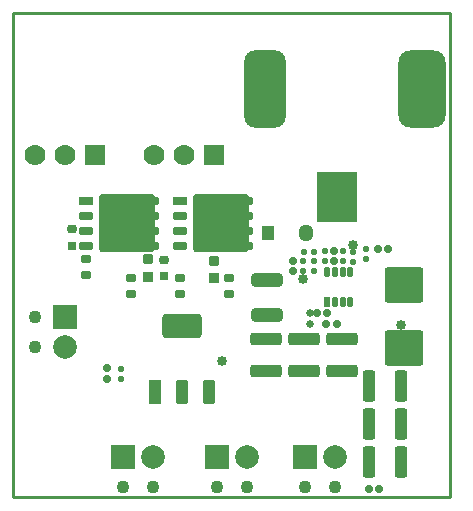
<source format=gts>
G04*
G04 #@! TF.GenerationSoftware,Altium Limited,Altium Designer,24.6.1 (21)*
G04*
G04 Layer_Color=8388736*
%FSLAX44Y44*%
%MOMM*%
G71*
G04*
G04 #@! TF.SameCoordinates,BDBC2BC3-1C69-4059-88BB-952B3CEC59DC*
G04*
G04*
G04 #@! TF.FilePolarity,Negative*
G04*
G01*
G75*
%ADD14C,0.2540*%
G04:AMPARAMS|DCode=43|XSize=3.5032mm|YSize=6.5532mm|CornerRadius=0.9266mm|HoleSize=0mm|Usage=FLASHONLY|Rotation=0.000|XOffset=0mm|YOffset=0mm|HoleType=Round|Shape=RoundedRectangle|*
%AMROUNDEDRECTD43*
21,1,3.5032,4.7000,0,0,0.0*
21,1,1.6500,6.5532,0,0,0.0*
1,1,1.8532,0.8250,-2.3500*
1,1,1.8532,-0.8250,-2.3500*
1,1,1.8532,-0.8250,2.3500*
1,1,1.8532,0.8250,2.3500*
%
%ADD43ROUNDEDRECTD43*%
G04:AMPARAMS|DCode=44|XSize=4.0132mm|YSize=6.5532mm|CornerRadius=1.0541mm|HoleSize=0mm|Usage=FLASHONLY|Rotation=0.000|XOffset=0mm|YOffset=0mm|HoleType=Round|Shape=RoundedRectangle|*
%AMROUNDEDRECTD44*
21,1,4.0132,4.4450,0,0,0.0*
21,1,1.9050,6.5532,0,0,0.0*
1,1,2.1082,0.9525,-2.2225*
1,1,2.1082,-0.9525,-2.2225*
1,1,2.1082,-0.9525,2.2225*
1,1,2.1082,0.9525,2.2225*
%
%ADD44ROUNDEDRECTD44*%
%ADD45R,3.5032X4.2632*%
G04:AMPARAMS|DCode=46|XSize=0.64mm|YSize=0.6mm|CornerRadius=0.175mm|HoleSize=0mm|Usage=FLASHONLY|Rotation=180.000|XOffset=0mm|YOffset=0mm|HoleType=Round|Shape=RoundedRectangle|*
%AMROUNDEDRECTD46*
21,1,0.6400,0.2500,0,0,180.0*
21,1,0.2900,0.6000,0,0,180.0*
1,1,0.3500,-0.1450,0.1250*
1,1,0.3500,0.1450,0.1250*
1,1,0.3500,0.1450,-0.1250*
1,1,0.3500,-0.1450,-0.1250*
%
%ADD46ROUNDEDRECTD46*%
G04:AMPARAMS|DCode=47|XSize=0.55mm|YSize=0.5mm|CornerRadius=0.15mm|HoleSize=0mm|Usage=FLASHONLY|Rotation=180.000|XOffset=0mm|YOffset=0mm|HoleType=Round|Shape=RoundedRectangle|*
%AMROUNDEDRECTD47*
21,1,0.5500,0.2000,0,0,180.0*
21,1,0.2500,0.5000,0,0,180.0*
1,1,0.3000,-0.1250,0.1000*
1,1,0.3000,0.1250,0.1000*
1,1,0.3000,0.1250,-0.1000*
1,1,0.3000,-0.1250,-0.1000*
%
%ADD47ROUNDEDRECTD47*%
G04:AMPARAMS|DCode=48|XSize=2.7mm|YSize=1.1mm|CornerRadius=0.3mm|HoleSize=0mm|Usage=FLASHONLY|Rotation=270.000|XOffset=0mm|YOffset=0mm|HoleType=Round|Shape=RoundedRectangle|*
%AMROUNDEDRECTD48*
21,1,2.7000,0.5000,0,0,270.0*
21,1,2.1000,1.1000,0,0,270.0*
1,1,0.6000,-0.2500,-1.0500*
1,1,0.6000,-0.2500,1.0500*
1,1,0.6000,0.2500,1.0500*
1,1,0.6000,0.2500,-1.0500*
%
%ADD48ROUNDEDRECTD48*%
G04:AMPARAMS|DCode=49|XSize=0.64mm|YSize=0.6mm|CornerRadius=0.175mm|HoleSize=0mm|Usage=FLASHONLY|Rotation=270.000|XOffset=0mm|YOffset=0mm|HoleType=Round|Shape=RoundedRectangle|*
%AMROUNDEDRECTD49*
21,1,0.6400,0.2500,0,0,270.0*
21,1,0.2900,0.6000,0,0,270.0*
1,1,0.3500,-0.1250,-0.1450*
1,1,0.3500,-0.1250,0.1450*
1,1,0.3500,0.1250,0.1450*
1,1,0.3500,0.1250,-0.1450*
%
%ADD49ROUNDEDRECTD49*%
G04:AMPARAMS|DCode=50|XSize=3.2532mm|YSize=3.0032mm|CornerRadius=0.2416mm|HoleSize=0mm|Usage=FLASHONLY|Rotation=0.000|XOffset=0mm|YOffset=0mm|HoleType=Round|Shape=RoundedRectangle|*
%AMROUNDEDRECTD50*
21,1,3.2532,2.5200,0,0,0.0*
21,1,2.7700,3.0032,0,0,0.0*
1,1,0.4832,1.3850,-1.2600*
1,1,0.4832,-1.3850,-1.2600*
1,1,0.4832,-1.3850,1.2600*
1,1,0.4832,1.3850,1.2600*
%
%ADD50ROUNDEDRECTD50*%
G04:AMPARAMS|DCode=51|XSize=0.55mm|YSize=0.85mm|CornerRadius=0.1625mm|HoleSize=0mm|Usage=FLASHONLY|Rotation=180.000|XOffset=0mm|YOffset=0mm|HoleType=Round|Shape=RoundedRectangle|*
%AMROUNDEDRECTD51*
21,1,0.5500,0.5250,0,0,180.0*
21,1,0.2250,0.8500,0,0,180.0*
1,1,0.3250,-0.1125,0.2625*
1,1,0.3250,0.1125,0.2625*
1,1,0.3250,0.1125,-0.2625*
1,1,0.3250,-0.1125,-0.2625*
%
%ADD51ROUNDEDRECTD51*%
%ADD52R,0.5500X0.8500*%
G04:AMPARAMS|DCode=53|XSize=0.55mm|YSize=0.5mm|CornerRadius=0.15mm|HoleSize=0mm|Usage=FLASHONLY|Rotation=270.000|XOffset=0mm|YOffset=0mm|HoleType=Round|Shape=RoundedRectangle|*
%AMROUNDEDRECTD53*
21,1,0.5500,0.2000,0,0,270.0*
21,1,0.2500,0.5000,0,0,270.0*
1,1,0.3000,-0.1000,-0.1250*
1,1,0.3000,-0.1000,0.1250*
1,1,0.3000,0.1000,0.1250*
1,1,0.3000,0.1000,-0.1250*
%
%ADD53ROUNDEDRECTD53*%
G04:AMPARAMS|DCode=54|XSize=2.7mm|YSize=1.1mm|CornerRadius=0.3mm|HoleSize=0mm|Usage=FLASHONLY|Rotation=0.000|XOffset=0mm|YOffset=0mm|HoleType=Round|Shape=RoundedRectangle|*
%AMROUNDEDRECTD54*
21,1,2.7000,0.5000,0,0,0.0*
21,1,2.1000,1.1000,0,0,0.0*
1,1,0.6000,1.0500,-0.2500*
1,1,0.6000,-1.0500,-0.2500*
1,1,0.6000,-1.0500,0.2500*
1,1,0.6000,1.0500,0.2500*
%
%ADD54ROUNDEDRECTD54*%
%ADD55R,1.1032X1.3032*%
G04:AMPARAMS|DCode=56|XSize=1.3032mm|YSize=1.1032mm|CornerRadius=0.3266mm|HoleSize=0mm|Usage=FLASHONLY|Rotation=90.000|XOffset=0mm|YOffset=0mm|HoleType=Round|Shape=RoundedRectangle|*
%AMROUNDEDRECTD56*
21,1,1.3032,0.4500,0,0,90.0*
21,1,0.6500,1.1032,0,0,90.0*
1,1,0.6532,0.2250,0.3250*
1,1,0.6532,0.2250,-0.3250*
1,1,0.6532,-0.2250,-0.3250*
1,1,0.6532,-0.2250,0.3250*
%
%ADD56ROUNDEDRECTD56*%
G04:AMPARAMS|DCode=57|XSize=2.7032mm|YSize=1.2032mm|CornerRadius=0.3516mm|HoleSize=0mm|Usage=FLASHONLY|Rotation=0.000|XOffset=0mm|YOffset=0mm|HoleType=Round|Shape=RoundedRectangle|*
%AMROUNDEDRECTD57*
21,1,2.7032,0.5000,0,0,0.0*
21,1,2.0000,1.2032,0,0,0.0*
1,1,0.7032,1.0000,-0.2500*
1,1,0.7032,-1.0000,-0.2500*
1,1,0.7032,-1.0000,0.2500*
1,1,0.7032,1.0000,0.2500*
%
%ADD57ROUNDEDRECTD57*%
G04:AMPARAMS|DCode=58|XSize=0.85mm|YSize=0.7mm|CornerRadius=0.2mm|HoleSize=0mm|Usage=FLASHONLY|Rotation=180.000|XOffset=0mm|YOffset=0mm|HoleType=Round|Shape=RoundedRectangle|*
%AMROUNDEDRECTD58*
21,1,0.8500,0.3000,0,0,180.0*
21,1,0.4500,0.7000,0,0,180.0*
1,1,0.4000,-0.2250,0.1500*
1,1,0.4000,0.2250,0.1500*
1,1,0.4000,0.2250,-0.1500*
1,1,0.4000,-0.2250,-0.1500*
%
%ADD58ROUNDEDRECTD58*%
%ADD59R,0.8000X0.7000*%
G04:AMPARAMS|DCode=60|XSize=0.8mm|YSize=0.7mm|CornerRadius=0.2mm|HoleSize=0mm|Usage=FLASHONLY|Rotation=180.000|XOffset=0mm|YOffset=0mm|HoleType=Round|Shape=RoundedRectangle|*
%AMROUNDEDRECTD60*
21,1,0.8000,0.3000,0,0,180.0*
21,1,0.4000,0.7000,0,0,180.0*
1,1,0.4000,-0.2000,0.1500*
1,1,0.4000,0.2000,0.1500*
1,1,0.4000,0.2000,-0.1500*
1,1,0.4000,-0.2000,-0.1500*
%
%ADD60ROUNDEDRECTD60*%
G04:AMPARAMS|DCode=61|XSize=3.35mm|YSize=2.05mm|CornerRadius=0.3mm|HoleSize=0mm|Usage=FLASHONLY|Rotation=180.000|XOffset=0mm|YOffset=0mm|HoleType=Round|Shape=RoundedRectangle|*
%AMROUNDEDRECTD61*
21,1,3.3500,1.4500,0,0,180.0*
21,1,2.7500,2.0500,0,0,180.0*
1,1,0.6000,-1.3750,0.7250*
1,1,0.6000,1.3750,0.7250*
1,1,0.6000,1.3750,-0.7250*
1,1,0.6000,-1.3750,-0.7250*
%
%ADD61ROUNDEDRECTD61*%
G04:AMPARAMS|DCode=62|XSize=1mm|YSize=2.05mm|CornerRadius=0.16mm|HoleSize=0mm|Usage=FLASHONLY|Rotation=180.000|XOffset=0mm|YOffset=0mm|HoleType=Round|Shape=RoundedRectangle|*
%AMROUNDEDRECTD62*
21,1,1.0000,1.7300,0,0,180.0*
21,1,0.6800,2.0500,0,0,180.0*
1,1,0.3200,-0.3400,0.8650*
1,1,0.3200,0.3400,0.8650*
1,1,0.3200,0.3400,-0.8650*
1,1,0.3200,-0.3400,-0.8650*
%
%ADD62ROUNDEDRECTD62*%
%ADD63R,1.0000X2.0500*%
G04:AMPARAMS|DCode=64|XSize=0.6532mm|YSize=1.2532mm|CornerRadius=0.2141mm|HoleSize=0mm|Usage=FLASHONLY|Rotation=90.000|XOffset=0mm|YOffset=0mm|HoleType=Round|Shape=RoundedRectangle|*
%AMROUNDEDRECTD64*
21,1,0.6532,0.8250,0,0,90.0*
21,1,0.2250,1.2532,0,0,90.0*
1,1,0.4282,0.4125,0.1125*
1,1,0.4282,0.4125,-0.1125*
1,1,0.4282,-0.4125,-0.1125*
1,1,0.4282,-0.4125,0.1125*
%
%ADD64ROUNDEDRECTD64*%
%ADD65R,1.2532X0.6532*%
G04:AMPARAMS|DCode=66|XSize=4.9032mm|YSize=4.7032mm|CornerRadius=0.2141mm|HoleSize=0mm|Usage=FLASHONLY|Rotation=270.000|XOffset=0mm|YOffset=0mm|HoleType=Round|Shape=RoundedRectangle|*
%AMROUNDEDRECTD66*
21,1,4.9032,4.2750,0,0,270.0*
21,1,4.4750,4.7032,0,0,270.0*
1,1,0.4282,-2.1375,-2.2375*
1,1,0.4282,-2.1375,2.2375*
1,1,0.4282,2.1375,2.2375*
1,1,0.4282,2.1375,-2.2375*
%
%ADD66ROUNDEDRECTD66*%
G04:AMPARAMS|DCode=67|XSize=0.9mm|YSize=0.9mm|CornerRadius=0.25mm|HoleSize=0mm|Usage=FLASHONLY|Rotation=90.000|XOffset=0mm|YOffset=0mm|HoleType=Round|Shape=RoundedRectangle|*
%AMROUNDEDRECTD67*
21,1,0.9000,0.4000,0,0,90.0*
21,1,0.4000,0.9000,0,0,90.0*
1,1,0.5000,0.2000,0.2000*
1,1,0.5000,0.2000,-0.2000*
1,1,0.5000,-0.2000,-0.2000*
1,1,0.5000,-0.2000,0.2000*
%
%ADD67ROUNDEDRECTD67*%
%ADD68R,0.9000X0.9000*%
%ADD69C,2.0032*%
%ADD70R,2.0032X2.0032*%
%ADD71C,1.1000*%
%ADD72C,1.7780*%
%ADD73R,1.7780X1.7780*%
%ADD74R,2.0032X2.0032*%
%ADD75C,0.8532*%
%ADD76C,0.6532*%
D14*
X523000Y1586000D02*
X893000D01*
X523000Y1996000D02*
X893000D01*
Y1586000D02*
Y1996000D01*
X523000Y1586000D02*
Y1996000D01*
D43*
X736550Y1931700D02*
D03*
D44*
X869450D02*
D03*
D45*
X797550Y1840300D02*
D03*
D46*
X603000Y1695100D02*
D03*
Y1686500D02*
D03*
X760000Y1786300D02*
D03*
Y1777700D02*
D03*
X795000Y1794300D02*
D03*
Y1785700D02*
D03*
D47*
X615000Y1694800D02*
D03*
Y1686300D02*
D03*
X769000Y1786250D02*
D03*
Y1777750D02*
D03*
X787000Y1794250D02*
D03*
Y1785750D02*
D03*
X803000D02*
D03*
Y1794250D02*
D03*
X811000Y1794000D02*
D03*
Y1785500D02*
D03*
X822000Y1796000D02*
D03*
Y1787500D02*
D03*
X778000Y1777750D02*
D03*
Y1786250D02*
D03*
D48*
X851500Y1680000D02*
D03*
X824500D02*
D03*
X851500Y1648000D02*
D03*
X824500D02*
D03*
X851500Y1616000D02*
D03*
X824500D02*
D03*
D49*
X833200Y1593050D02*
D03*
X824600D02*
D03*
X840600Y1796000D02*
D03*
X832000D02*
D03*
X780400Y1742000D02*
D03*
X789000D02*
D03*
X797100Y1733000D02*
D03*
X788500D02*
D03*
D50*
X854000Y1766000D02*
D03*
Y1712000D02*
D03*
D51*
X808750Y1776750D02*
D03*
X802250D02*
D03*
X795750D02*
D03*
X789250D02*
D03*
X808750Y1751250D02*
D03*
X802250D02*
D03*
X795750D02*
D03*
D52*
X789250D02*
D03*
D53*
X769750Y1794000D02*
D03*
X778250D02*
D03*
D54*
X801500Y1720333D02*
D03*
Y1693333D02*
D03*
X737500Y1720333D02*
D03*
Y1693333D02*
D03*
X769500D02*
D03*
Y1720333D02*
D03*
D55*
X739000Y1810000D02*
D03*
D56*
X771000D02*
D03*
D57*
X738000Y1770000D02*
D03*
Y1740000D02*
D03*
D58*
X706000Y1758250D02*
D03*
Y1771750D02*
D03*
X665000Y1758500D02*
D03*
Y1772000D02*
D03*
X623000Y1758250D02*
D03*
Y1771750D02*
D03*
X584750Y1774250D02*
D03*
Y1787750D02*
D03*
D59*
X650999Y1773000D02*
D03*
X572749Y1799000D02*
D03*
D60*
X650999Y1787000D02*
D03*
X572749Y1813000D02*
D03*
D61*
X666000Y1731250D02*
D03*
D62*
X689000Y1674750D02*
D03*
X666000D02*
D03*
D63*
X643000D02*
D03*
D64*
X720850Y1798950D02*
D03*
Y1811650D02*
D03*
Y1824350D02*
D03*
X664650Y1798950D02*
D03*
Y1811650D02*
D03*
Y1824350D02*
D03*
X720850Y1837050D02*
D03*
X641100Y1798950D02*
D03*
Y1811650D02*
D03*
Y1824350D02*
D03*
X584900Y1798950D02*
D03*
Y1811650D02*
D03*
Y1824350D02*
D03*
X641100Y1837050D02*
D03*
D65*
X664650D02*
D03*
X584900D02*
D03*
D66*
X699500Y1818000D02*
D03*
X619750D02*
D03*
D67*
X637750Y1787500D02*
D03*
X693000Y1786500D02*
D03*
D68*
X637750Y1772500D02*
D03*
X693000Y1771500D02*
D03*
D69*
X641400Y1620000D02*
D03*
X721400D02*
D03*
X795400D02*
D03*
X567000Y1713000D02*
D03*
D70*
X616000Y1620000D02*
D03*
X696000D02*
D03*
X770000D02*
D03*
D71*
X641400Y1594600D02*
D03*
X616000D02*
D03*
X721400D02*
D03*
X696000D02*
D03*
X795400D02*
D03*
X770000D02*
D03*
X541600Y1713000D02*
D03*
Y1738400D02*
D03*
D72*
X642200Y1876000D02*
D03*
X667600D02*
D03*
X542200D02*
D03*
X567600D02*
D03*
D73*
X693000D02*
D03*
X593000D02*
D03*
D74*
X567000Y1738400D02*
D03*
D75*
X699750Y1701750D02*
D03*
X811000Y1800000D02*
D03*
X769000Y1771000D02*
D03*
X852065Y1731941D02*
D03*
D76*
X775000Y1733000D02*
D03*
Y1742000D02*
D03*
M02*

</source>
